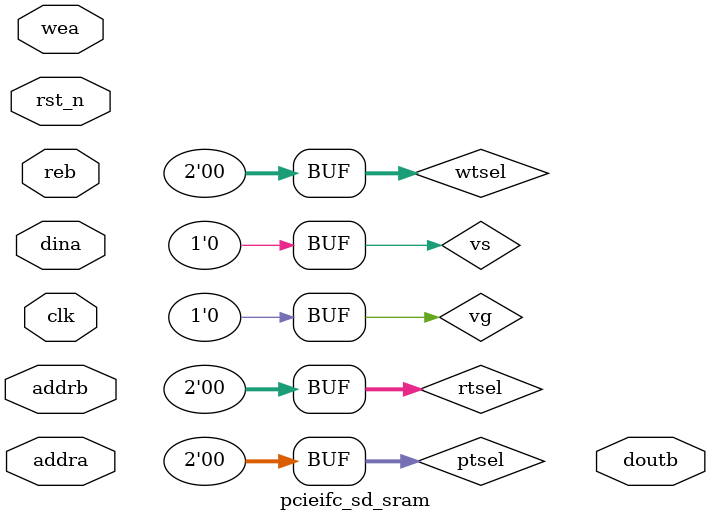
<source format=v>
`timescale 1ns / 100ps

module pcieifc_sd_sram #(
    parameter DATAWIDTH  = 8, // Memory data word width
    parameter ADDRWIDTH  = 4, // Number of mem address bits
    parameter DEPTH      = 1 << ADDRWIDTH
) (
    input  wire clk  , // i, 1
    input  wire rst_n, // i, 1

    input  wire                 wea  , // i, 1
    input  wire [ADDRWIDTH-1:0] addra, // i, ADDRWIDTH
    input  wire [DATAWIDTH-1:0] dina , // i, DATAWIDTH

    input  wire                 reb  , // i, 1
    input  wire [ADDRWIDTH-1:0] addrb, // i, ADDRWIDTH
    output  wire [DATAWIDTH-1:0] doutb  // o, DATAWIDTH

`ifdef PCIEI_APB_DBG
    ,input wire  [1:0]  rtsel
    ,input wire  [1:0]  wtsel
    ,input wire  [1:0]  ptsel
    ,input wire         vg   
    ,input wire         vs   
`endif
);

`ifndef PCIEI_APB_DBG

wire  [1:0]  rtsel;
wire  [1:0]  wtsel;
wire  [1:0]  ptsel;
wire         vg   ;
wire         vs   ;

assign rtsel = 2'b0;
assign wtsel = 2'b0;
assign ptsel = 2'b0;
assign vg    = 1'b0;
assign vs    = 1'b0;

`endif

generate
if ((DATAWIDTH == 1  && ADDRWIDTH == 5 )) begin:W1_D32  // PIO, 1, armed_eq_table

    pcieifc_sd_sram_1W_32D pcieifc_sd_sram_1W_32D_inst(
        .clka(clk),    // input wire clka
        .wea(wea),      // input wire [0 : 0] wea
        .addra(addra),  // input wire [5 : 0] addra
        .dina(dina),    // input wire [268 : 0] dina
        .clkb(clk),    // input wire clkb
        .addrb(addrb),  // input wire [5 : 0] addrb
        .doutb(doutb)  // output wire [268 : 0] doutb
    );

end // DATAWIDTH == 1  && ADDRWIDTH == 5
else if (DATAWIDTH == 269 && ADDRWIDTH == 6) begin:W269_D64  // DMA, 2prf, 1, temp_data_sram
    pcieifc_sd_sram_269W_64D pcieifc_sd_sram_269W_64D_inst(
        .clka(clk),    // input wire clka
        .wea(wea),      // input wire [0 : 0] wea
        .addra(addra),  // input wire [5 : 0] addra
        .dina(dina),    // input wire [268 : 0] dina
        .clkb(clk),    // input wire clkb
        .addrb(addrb),  // input wire [5 : 0] addrb
        .doutb(doutb)  // output wire [268 : 0] doutb
    );
end // DATAWIDTH == 269 && ADDRWIDTH == 6
else if (DATAWIDTH == 257 && ADDRWIDTH == 9) begin:W257_D512  // DMA, uhddpsram, 1, reorder_buf

    pcieifc_sd_sram_257W_512D pcieifc_sd_sram_257W_512D_inst(
        .clka(clk),    // input wire clka
        .wea(wea),      // input wire [0 : 0] wea
        .addra(addra),  // input wire [5 : 0] addra
        .dina(dina),    // input wire [268 : 0] dina
        .clkb(clk),    // input wire clkb
        .addrb(addrb),  // input wire [5 : 0] addrb
        .doutb(doutb)  // output wire [268 : 0] doutb
    );

end // DATAWIDTH == 257 && ADDRWIDTH == 9
else if (DATAWIDTH == 257 && ADDRWIDTH == 10) begin:W257_D1024  // DMA, uhddpsram, 1, reorder_buf

    pcieifc_sd_sram_257W_1024D pcieifc_sd_sram_257W_1024D_inst(
        .clka(clk),    // input wire clka
        .wea(wea),      // input wire [0 : 0] wea
        .addra(addra),  // input wire [5 : 0] addra
        .dina(dina),    // input wire [268 : 0] dina
        .clkb(clk),    // input wire clkb
        .addrb(addrb),  // input wire [5 : 0] addrb
        .doutb(doutb)  // output wire [268 : 0] doutb
    );

end // DATAWIDTH == 257 && ADDRWIDTH == 10
else if (DATAWIDTH == 1 && ADDRWIDTH == 13) begin:W1_D8192 // PIO, uhddpsram, 1, armed_cq_table

       pcieifc_sd_sram_1W_256D pcieifc_sd_sram_1W_256D_inst(
        .clka(clk),    // input wire clka
        .wea(wea),      // input wire [0 : 0] wea
        .addra(addra),  // input wire [5 : 0] addra
        .dina(dina),    // input wire [268 : 0] dina
        .clkb(clk),    // input wire clkb
        .addrb(addrb),  // input wire [5 : 0] addrb
        .doutb(doutb)  // output wire [268 : 0] doutb
    );

end
else if (DATAWIDTH == 63 && ADDRWIDTH == 4) begin:W63_D16 // P2P, 2prf, 1, ini_dev2addr_table

    pcieifc_sd_sram_63W_16D pcieifc_sd_sram_63W_16D_inst(
        .clka(clk),    // input wire clka
        .wea(wea),      // input wire [0 : 0] wea
        .addra(addra),  // input wire [5 : 0] addra
        .dina(dina),    // input wire [268 : 0] dina
        .clkb(clk),    // input wire clkb
        .addrb(addrb),  // input wire [5 : 0] addrb
        .doutb(doutb)  // output wire [268 : 0] doutb
    );

end
else if (DATAWIDTH == 64 && ADDRWIDTH == 4) begin:W64_D16 // P2P, 2prf, 1, tgt_queue_struct

    pcieifc_sd_sram_64W_16D pcieifc_sd_sram_64W_16D_inst(
        .clka(clk),    // input wire clka
        .wea(wea),      // input wire [0 : 0] wea
        .addra(addra),  // input wire [5 : 0] addra
        .dina(dina),    // input wire [268 : 0] dina
        .clkb(clk),    // input wire clkb
        .addrb(addrb),  // input wire [5 : 0] addrb
        .doutb(doutb)  // output wire [268 : 0] doutb
    );
end
else if (DATAWIDTH == 256 && ADDRWIDTH == 12) begin:W256_D4096 // P2P, uhddpsram, 1, tgt_pyld_buf
    pcieifc_sd_sram_256W_4096D pcieifc_sd_sram_256W_4096D_inst(
        .clka(clk),    // input wire clka
        .wea(wea),      // input wire [0 : 0] wea
        .addra(addra),  // input wire [5 : 0] addra
        .dina(dina),    // input wire [268 : 0] dina
        .clkb(clk),    // input wire clkb
        .addrb(addrb),  // input wire [5 : 0] addrb
        .doutb(doutb)  // output wire [268 : 0] doutb
    );
end
endgenerate


endmodule

</source>
